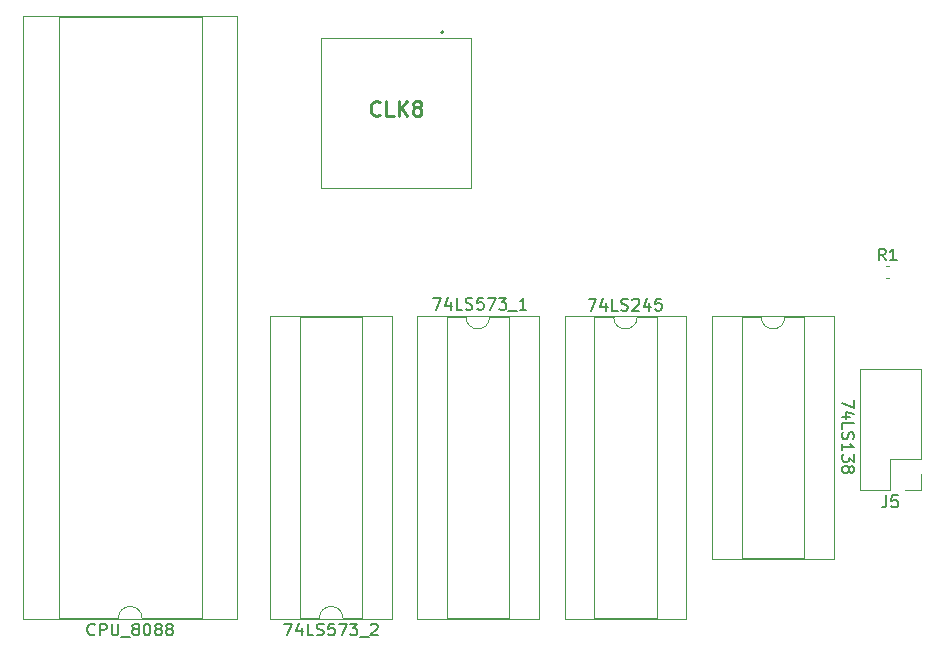
<source format=gbr>
G04 #@! TF.GenerationSoftware,KiCad,Pcbnew,(5.1.5)-3*
G04 #@! TF.CreationDate,2021-12-23T14:00:04+02:00*
G04 #@! TF.ProjectId,CPU,4350552e-6b69-4636-9164-5f7063625858,rev?*
G04 #@! TF.SameCoordinates,Original*
G04 #@! TF.FileFunction,Legend,Top*
G04 #@! TF.FilePolarity,Positive*
%FSLAX46Y46*%
G04 Gerber Fmt 4.6, Leading zero omitted, Abs format (unit mm)*
G04 Created by KiCad (PCBNEW (5.1.5)-3) date 2021-12-23 14:00:04*
%MOMM*%
%LPD*%
G04 APERTURE LIST*
%ADD10C,0.200000*%
%ADD11C,0.100000*%
%ADD12C,0.120000*%
%ADD13C,0.254000*%
%ADD14C,0.150000*%
G04 APERTURE END LIST*
D10*
X138700000Y-61700000D02*
G75*
G02X138900000Y-61700000I100000J0D01*
G01*
X138900000Y-61700000D02*
G75*
G02X138700000Y-61700000I-100000J0D01*
G01*
X138900000Y-61700000D02*
X138900000Y-61700000D01*
X138700000Y-61700000D02*
X138700000Y-61700000D01*
D11*
X141240000Y-62160000D02*
X141240000Y-74860000D01*
X128540000Y-62160000D02*
X141240000Y-62160000D01*
X128540000Y-74860000D02*
X128540000Y-62160000D01*
X141240000Y-74860000D02*
X128540000Y-74860000D01*
D12*
X176337221Y-82510000D02*
X176662779Y-82510000D01*
X176337221Y-81490000D02*
X176662779Y-81490000D01*
X103320000Y-111390000D02*
X121440000Y-111390000D01*
X103320000Y-60350000D02*
X103320000Y-111390000D01*
X121440000Y-60350000D02*
X103320000Y-60350000D01*
X121440000Y-111390000D02*
X121440000Y-60350000D01*
X106320000Y-111330000D02*
X111380000Y-111330000D01*
X106320000Y-60410000D02*
X106320000Y-111330000D01*
X118440000Y-60410000D02*
X106320000Y-60410000D01*
X118440000Y-111330000D02*
X118440000Y-60410000D01*
X113380000Y-111330000D02*
X118440000Y-111330000D01*
X111380000Y-111330000D02*
G75*
G02X113380000Y-111330000I1000000J0D01*
G01*
X179330000Y-100480000D02*
X178000000Y-100480000D01*
X179330000Y-99150000D02*
X179330000Y-100480000D01*
X176730000Y-100480000D02*
X174130000Y-100480000D01*
X176730000Y-97880000D02*
X176730000Y-100480000D01*
X179330000Y-97880000D02*
X176730000Y-97880000D01*
X174130000Y-100480000D02*
X174130000Y-90200000D01*
X179330000Y-97880000D02*
X179330000Y-90200000D01*
X179330000Y-90200000D02*
X174130000Y-90200000D01*
X159450000Y-85760000D02*
X149170000Y-85760000D01*
X159450000Y-111400000D02*
X159450000Y-85760000D01*
X149170000Y-111400000D02*
X159450000Y-111400000D01*
X149170000Y-85760000D02*
X149170000Y-111400000D01*
X156960000Y-85820000D02*
X155310000Y-85820000D01*
X156960000Y-111340000D02*
X156960000Y-85820000D01*
X151660000Y-111340000D02*
X156960000Y-111340000D01*
X151660000Y-85820000D02*
X151660000Y-111340000D01*
X153310000Y-85820000D02*
X151660000Y-85820000D01*
X155310000Y-85820000D02*
G75*
G02X153310000Y-85820000I-1000000J0D01*
G01*
X124250000Y-111390000D02*
X134530000Y-111390000D01*
X124250000Y-85750000D02*
X124250000Y-111390000D01*
X134530000Y-85750000D02*
X124250000Y-85750000D01*
X134530000Y-111390000D02*
X134530000Y-85750000D01*
X126740000Y-111330000D02*
X128390000Y-111330000D01*
X126740000Y-85810000D02*
X126740000Y-111330000D01*
X132040000Y-85810000D02*
X126740000Y-85810000D01*
X132040000Y-111330000D02*
X132040000Y-85810000D01*
X130390000Y-111330000D02*
X132040000Y-111330000D01*
X128390000Y-111330000D02*
G75*
G02X130390000Y-111330000I1000000J0D01*
G01*
X146950000Y-85760000D02*
X136670000Y-85760000D01*
X146950000Y-111400000D02*
X146950000Y-85760000D01*
X136670000Y-111400000D02*
X146950000Y-111400000D01*
X136670000Y-85760000D02*
X136670000Y-111400000D01*
X144460000Y-85820000D02*
X142810000Y-85820000D01*
X144460000Y-111340000D02*
X144460000Y-85820000D01*
X139160000Y-111340000D02*
X144460000Y-111340000D01*
X139160000Y-85820000D02*
X139160000Y-111340000D01*
X140810000Y-85820000D02*
X139160000Y-85820000D01*
X142810000Y-85820000D02*
G75*
G02X140810000Y-85820000I-1000000J0D01*
G01*
X171950000Y-85760000D02*
X161670000Y-85760000D01*
X171950000Y-106320000D02*
X171950000Y-85760000D01*
X161670000Y-106320000D02*
X171950000Y-106320000D01*
X161670000Y-85760000D02*
X161670000Y-106320000D01*
X169460000Y-85820000D02*
X167810000Y-85820000D01*
X169460000Y-106260000D02*
X169460000Y-85820000D01*
X164160000Y-106260000D02*
X169460000Y-106260000D01*
X164160000Y-85820000D02*
X164160000Y-106260000D01*
X165810000Y-85820000D02*
X164160000Y-85820000D01*
X167810000Y-85820000D02*
G75*
G02X165810000Y-85820000I-1000000J0D01*
G01*
D13*
X133529285Y-68683571D02*
X133468809Y-68744047D01*
X133287380Y-68804523D01*
X133166428Y-68804523D01*
X132985000Y-68744047D01*
X132864047Y-68623095D01*
X132803571Y-68502142D01*
X132743095Y-68260238D01*
X132743095Y-68078809D01*
X132803571Y-67836904D01*
X132864047Y-67715952D01*
X132985000Y-67595000D01*
X133166428Y-67534523D01*
X133287380Y-67534523D01*
X133468809Y-67595000D01*
X133529285Y-67655476D01*
X134678333Y-68804523D02*
X134073571Y-68804523D01*
X134073571Y-67534523D01*
X135101666Y-68804523D02*
X135101666Y-67534523D01*
X135827380Y-68804523D02*
X135283095Y-68078809D01*
X135827380Y-67534523D02*
X135101666Y-68260238D01*
X136553095Y-68078809D02*
X136432142Y-68018333D01*
X136371666Y-67957857D01*
X136311190Y-67836904D01*
X136311190Y-67776428D01*
X136371666Y-67655476D01*
X136432142Y-67595000D01*
X136553095Y-67534523D01*
X136795000Y-67534523D01*
X136915952Y-67595000D01*
X136976428Y-67655476D01*
X137036904Y-67776428D01*
X137036904Y-67836904D01*
X136976428Y-67957857D01*
X136915952Y-68018333D01*
X136795000Y-68078809D01*
X136553095Y-68078809D01*
X136432142Y-68139285D01*
X136371666Y-68199761D01*
X136311190Y-68320714D01*
X136311190Y-68562619D01*
X136371666Y-68683571D01*
X136432142Y-68744047D01*
X136553095Y-68804523D01*
X136795000Y-68804523D01*
X136915952Y-68744047D01*
X136976428Y-68683571D01*
X137036904Y-68562619D01*
X137036904Y-68320714D01*
X136976428Y-68199761D01*
X136915952Y-68139285D01*
X136795000Y-68078809D01*
D14*
X176333333Y-81022380D02*
X176000000Y-80546190D01*
X175761904Y-81022380D02*
X175761904Y-80022380D01*
X176142857Y-80022380D01*
X176238095Y-80070000D01*
X176285714Y-80117619D01*
X176333333Y-80212857D01*
X176333333Y-80355714D01*
X176285714Y-80450952D01*
X176238095Y-80498571D01*
X176142857Y-80546190D01*
X175761904Y-80546190D01*
X177285714Y-81022380D02*
X176714285Y-81022380D01*
X177000000Y-81022380D02*
X177000000Y-80022380D01*
X176904761Y-80165238D01*
X176809523Y-80260476D01*
X176714285Y-80308095D01*
X109380000Y-112687142D02*
X109332380Y-112734761D01*
X109189523Y-112782380D01*
X109094285Y-112782380D01*
X108951428Y-112734761D01*
X108856190Y-112639523D01*
X108808571Y-112544285D01*
X108760952Y-112353809D01*
X108760952Y-112210952D01*
X108808571Y-112020476D01*
X108856190Y-111925238D01*
X108951428Y-111830000D01*
X109094285Y-111782380D01*
X109189523Y-111782380D01*
X109332380Y-111830000D01*
X109380000Y-111877619D01*
X109808571Y-112782380D02*
X109808571Y-111782380D01*
X110189523Y-111782380D01*
X110284761Y-111830000D01*
X110332380Y-111877619D01*
X110380000Y-111972857D01*
X110380000Y-112115714D01*
X110332380Y-112210952D01*
X110284761Y-112258571D01*
X110189523Y-112306190D01*
X109808571Y-112306190D01*
X110808571Y-111782380D02*
X110808571Y-112591904D01*
X110856190Y-112687142D01*
X110903809Y-112734761D01*
X110999047Y-112782380D01*
X111189523Y-112782380D01*
X111284761Y-112734761D01*
X111332380Y-112687142D01*
X111380000Y-112591904D01*
X111380000Y-111782380D01*
X111618095Y-112877619D02*
X112380000Y-112877619D01*
X112760952Y-112210952D02*
X112665714Y-112163333D01*
X112618095Y-112115714D01*
X112570476Y-112020476D01*
X112570476Y-111972857D01*
X112618095Y-111877619D01*
X112665714Y-111830000D01*
X112760952Y-111782380D01*
X112951428Y-111782380D01*
X113046666Y-111830000D01*
X113094285Y-111877619D01*
X113141904Y-111972857D01*
X113141904Y-112020476D01*
X113094285Y-112115714D01*
X113046666Y-112163333D01*
X112951428Y-112210952D01*
X112760952Y-112210952D01*
X112665714Y-112258571D01*
X112618095Y-112306190D01*
X112570476Y-112401428D01*
X112570476Y-112591904D01*
X112618095Y-112687142D01*
X112665714Y-112734761D01*
X112760952Y-112782380D01*
X112951428Y-112782380D01*
X113046666Y-112734761D01*
X113094285Y-112687142D01*
X113141904Y-112591904D01*
X113141904Y-112401428D01*
X113094285Y-112306190D01*
X113046666Y-112258571D01*
X112951428Y-112210952D01*
X113760952Y-111782380D02*
X113856190Y-111782380D01*
X113951428Y-111830000D01*
X113999047Y-111877619D01*
X114046666Y-111972857D01*
X114094285Y-112163333D01*
X114094285Y-112401428D01*
X114046666Y-112591904D01*
X113999047Y-112687142D01*
X113951428Y-112734761D01*
X113856190Y-112782380D01*
X113760952Y-112782380D01*
X113665714Y-112734761D01*
X113618095Y-112687142D01*
X113570476Y-112591904D01*
X113522857Y-112401428D01*
X113522857Y-112163333D01*
X113570476Y-111972857D01*
X113618095Y-111877619D01*
X113665714Y-111830000D01*
X113760952Y-111782380D01*
X114665714Y-112210952D02*
X114570476Y-112163333D01*
X114522857Y-112115714D01*
X114475238Y-112020476D01*
X114475238Y-111972857D01*
X114522857Y-111877619D01*
X114570476Y-111830000D01*
X114665714Y-111782380D01*
X114856190Y-111782380D01*
X114951428Y-111830000D01*
X114999047Y-111877619D01*
X115046666Y-111972857D01*
X115046666Y-112020476D01*
X114999047Y-112115714D01*
X114951428Y-112163333D01*
X114856190Y-112210952D01*
X114665714Y-112210952D01*
X114570476Y-112258571D01*
X114522857Y-112306190D01*
X114475238Y-112401428D01*
X114475238Y-112591904D01*
X114522857Y-112687142D01*
X114570476Y-112734761D01*
X114665714Y-112782380D01*
X114856190Y-112782380D01*
X114951428Y-112734761D01*
X114999047Y-112687142D01*
X115046666Y-112591904D01*
X115046666Y-112401428D01*
X114999047Y-112306190D01*
X114951428Y-112258571D01*
X114856190Y-112210952D01*
X115618095Y-112210952D02*
X115522857Y-112163333D01*
X115475238Y-112115714D01*
X115427619Y-112020476D01*
X115427619Y-111972857D01*
X115475238Y-111877619D01*
X115522857Y-111830000D01*
X115618095Y-111782380D01*
X115808571Y-111782380D01*
X115903809Y-111830000D01*
X115951428Y-111877619D01*
X115999047Y-111972857D01*
X115999047Y-112020476D01*
X115951428Y-112115714D01*
X115903809Y-112163333D01*
X115808571Y-112210952D01*
X115618095Y-112210952D01*
X115522857Y-112258571D01*
X115475238Y-112306190D01*
X115427619Y-112401428D01*
X115427619Y-112591904D01*
X115475238Y-112687142D01*
X115522857Y-112734761D01*
X115618095Y-112782380D01*
X115808571Y-112782380D01*
X115903809Y-112734761D01*
X115951428Y-112687142D01*
X115999047Y-112591904D01*
X115999047Y-112401428D01*
X115951428Y-112306190D01*
X115903809Y-112258571D01*
X115808571Y-112210952D01*
X176396666Y-100932380D02*
X176396666Y-101646666D01*
X176349047Y-101789523D01*
X176253809Y-101884761D01*
X176110952Y-101932380D01*
X176015714Y-101932380D01*
X177349047Y-100932380D02*
X176872857Y-100932380D01*
X176825238Y-101408571D01*
X176872857Y-101360952D01*
X176968095Y-101313333D01*
X177206190Y-101313333D01*
X177301428Y-101360952D01*
X177349047Y-101408571D01*
X177396666Y-101503809D01*
X177396666Y-101741904D01*
X177349047Y-101837142D01*
X177301428Y-101884761D01*
X177206190Y-101932380D01*
X176968095Y-101932380D01*
X176872857Y-101884761D01*
X176825238Y-101837142D01*
X151190952Y-84272380D02*
X151857619Y-84272380D01*
X151429047Y-85272380D01*
X152667142Y-84605714D02*
X152667142Y-85272380D01*
X152429047Y-84224761D02*
X152190952Y-84939047D01*
X152810000Y-84939047D01*
X153667142Y-85272380D02*
X153190952Y-85272380D01*
X153190952Y-84272380D01*
X153952857Y-85224761D02*
X154095714Y-85272380D01*
X154333809Y-85272380D01*
X154429047Y-85224761D01*
X154476666Y-85177142D01*
X154524285Y-85081904D01*
X154524285Y-84986666D01*
X154476666Y-84891428D01*
X154429047Y-84843809D01*
X154333809Y-84796190D01*
X154143333Y-84748571D01*
X154048095Y-84700952D01*
X154000476Y-84653333D01*
X153952857Y-84558095D01*
X153952857Y-84462857D01*
X154000476Y-84367619D01*
X154048095Y-84320000D01*
X154143333Y-84272380D01*
X154381428Y-84272380D01*
X154524285Y-84320000D01*
X154905238Y-84367619D02*
X154952857Y-84320000D01*
X155048095Y-84272380D01*
X155286190Y-84272380D01*
X155381428Y-84320000D01*
X155429047Y-84367619D01*
X155476666Y-84462857D01*
X155476666Y-84558095D01*
X155429047Y-84700952D01*
X154857619Y-85272380D01*
X155476666Y-85272380D01*
X156333809Y-84605714D02*
X156333809Y-85272380D01*
X156095714Y-84224761D02*
X155857619Y-84939047D01*
X156476666Y-84939047D01*
X157333809Y-84272380D02*
X156857619Y-84272380D01*
X156810000Y-84748571D01*
X156857619Y-84700952D01*
X156952857Y-84653333D01*
X157190952Y-84653333D01*
X157286190Y-84700952D01*
X157333809Y-84748571D01*
X157381428Y-84843809D01*
X157381428Y-85081904D01*
X157333809Y-85177142D01*
X157286190Y-85224761D01*
X157190952Y-85272380D01*
X156952857Y-85272380D01*
X156857619Y-85224761D01*
X156810000Y-85177142D01*
X125413809Y-111782380D02*
X126080476Y-111782380D01*
X125651904Y-112782380D01*
X126890000Y-112115714D02*
X126890000Y-112782380D01*
X126651904Y-111734761D02*
X126413809Y-112449047D01*
X127032857Y-112449047D01*
X127890000Y-112782380D02*
X127413809Y-112782380D01*
X127413809Y-111782380D01*
X128175714Y-112734761D02*
X128318571Y-112782380D01*
X128556666Y-112782380D01*
X128651904Y-112734761D01*
X128699523Y-112687142D01*
X128747142Y-112591904D01*
X128747142Y-112496666D01*
X128699523Y-112401428D01*
X128651904Y-112353809D01*
X128556666Y-112306190D01*
X128366190Y-112258571D01*
X128270952Y-112210952D01*
X128223333Y-112163333D01*
X128175714Y-112068095D01*
X128175714Y-111972857D01*
X128223333Y-111877619D01*
X128270952Y-111830000D01*
X128366190Y-111782380D01*
X128604285Y-111782380D01*
X128747142Y-111830000D01*
X129651904Y-111782380D02*
X129175714Y-111782380D01*
X129128095Y-112258571D01*
X129175714Y-112210952D01*
X129270952Y-112163333D01*
X129509047Y-112163333D01*
X129604285Y-112210952D01*
X129651904Y-112258571D01*
X129699523Y-112353809D01*
X129699523Y-112591904D01*
X129651904Y-112687142D01*
X129604285Y-112734761D01*
X129509047Y-112782380D01*
X129270952Y-112782380D01*
X129175714Y-112734761D01*
X129128095Y-112687142D01*
X130032857Y-111782380D02*
X130699523Y-111782380D01*
X130270952Y-112782380D01*
X130985238Y-111782380D02*
X131604285Y-111782380D01*
X131270952Y-112163333D01*
X131413809Y-112163333D01*
X131509047Y-112210952D01*
X131556666Y-112258571D01*
X131604285Y-112353809D01*
X131604285Y-112591904D01*
X131556666Y-112687142D01*
X131509047Y-112734761D01*
X131413809Y-112782380D01*
X131128095Y-112782380D01*
X131032857Y-112734761D01*
X130985238Y-112687142D01*
X131794761Y-112877619D02*
X132556666Y-112877619D01*
X132747142Y-111877619D02*
X132794761Y-111830000D01*
X132890000Y-111782380D01*
X133128095Y-111782380D01*
X133223333Y-111830000D01*
X133270952Y-111877619D01*
X133318571Y-111972857D01*
X133318571Y-112068095D01*
X133270952Y-112210952D01*
X132699523Y-112782380D01*
X133318571Y-112782380D01*
X138023809Y-84202380D02*
X138690476Y-84202380D01*
X138261904Y-85202380D01*
X139500000Y-84535714D02*
X139500000Y-85202380D01*
X139261904Y-84154761D02*
X139023809Y-84869047D01*
X139642857Y-84869047D01*
X140500000Y-85202380D02*
X140023809Y-85202380D01*
X140023809Y-84202380D01*
X140785714Y-85154761D02*
X140928571Y-85202380D01*
X141166666Y-85202380D01*
X141261904Y-85154761D01*
X141309523Y-85107142D01*
X141357142Y-85011904D01*
X141357142Y-84916666D01*
X141309523Y-84821428D01*
X141261904Y-84773809D01*
X141166666Y-84726190D01*
X140976190Y-84678571D01*
X140880952Y-84630952D01*
X140833333Y-84583333D01*
X140785714Y-84488095D01*
X140785714Y-84392857D01*
X140833333Y-84297619D01*
X140880952Y-84250000D01*
X140976190Y-84202380D01*
X141214285Y-84202380D01*
X141357142Y-84250000D01*
X142261904Y-84202380D02*
X141785714Y-84202380D01*
X141738095Y-84678571D01*
X141785714Y-84630952D01*
X141880952Y-84583333D01*
X142119047Y-84583333D01*
X142214285Y-84630952D01*
X142261904Y-84678571D01*
X142309523Y-84773809D01*
X142309523Y-85011904D01*
X142261904Y-85107142D01*
X142214285Y-85154761D01*
X142119047Y-85202380D01*
X141880952Y-85202380D01*
X141785714Y-85154761D01*
X141738095Y-85107142D01*
X142642857Y-84202380D02*
X143309523Y-84202380D01*
X142880952Y-85202380D01*
X143595238Y-84202380D02*
X144214285Y-84202380D01*
X143880952Y-84583333D01*
X144023809Y-84583333D01*
X144119047Y-84630952D01*
X144166666Y-84678571D01*
X144214285Y-84773809D01*
X144214285Y-85011904D01*
X144166666Y-85107142D01*
X144119047Y-85154761D01*
X144023809Y-85202380D01*
X143738095Y-85202380D01*
X143642857Y-85154761D01*
X143595238Y-85107142D01*
X144404761Y-85297619D02*
X145166666Y-85297619D01*
X145928571Y-85202380D02*
X145357142Y-85202380D01*
X145642857Y-85202380D02*
X145642857Y-84202380D01*
X145547619Y-84345238D01*
X145452380Y-84440476D01*
X145357142Y-84488095D01*
X173647619Y-92830952D02*
X173647619Y-93497619D01*
X172647619Y-93069047D01*
X173314285Y-94307142D02*
X172647619Y-94307142D01*
X173695238Y-94069047D02*
X172980952Y-93830952D01*
X172980952Y-94450000D01*
X172647619Y-95307142D02*
X172647619Y-94830952D01*
X173647619Y-94830952D01*
X172695238Y-95592857D02*
X172647619Y-95735714D01*
X172647619Y-95973809D01*
X172695238Y-96069047D01*
X172742857Y-96116666D01*
X172838095Y-96164285D01*
X172933333Y-96164285D01*
X173028571Y-96116666D01*
X173076190Y-96069047D01*
X173123809Y-95973809D01*
X173171428Y-95783333D01*
X173219047Y-95688095D01*
X173266666Y-95640476D01*
X173361904Y-95592857D01*
X173457142Y-95592857D01*
X173552380Y-95640476D01*
X173600000Y-95688095D01*
X173647619Y-95783333D01*
X173647619Y-96021428D01*
X173600000Y-96164285D01*
X172647619Y-97116666D02*
X172647619Y-96545238D01*
X172647619Y-96830952D02*
X173647619Y-96830952D01*
X173504761Y-96735714D01*
X173409523Y-96640476D01*
X173361904Y-96545238D01*
X173647619Y-97450000D02*
X173647619Y-98069047D01*
X173266666Y-97735714D01*
X173266666Y-97878571D01*
X173219047Y-97973809D01*
X173171428Y-98021428D01*
X173076190Y-98069047D01*
X172838095Y-98069047D01*
X172742857Y-98021428D01*
X172695238Y-97973809D01*
X172647619Y-97878571D01*
X172647619Y-97592857D01*
X172695238Y-97497619D01*
X172742857Y-97450000D01*
X173219047Y-98640476D02*
X173266666Y-98545238D01*
X173314285Y-98497619D01*
X173409523Y-98450000D01*
X173457142Y-98450000D01*
X173552380Y-98497619D01*
X173600000Y-98545238D01*
X173647619Y-98640476D01*
X173647619Y-98830952D01*
X173600000Y-98926190D01*
X173552380Y-98973809D01*
X173457142Y-99021428D01*
X173409523Y-99021428D01*
X173314285Y-98973809D01*
X173266666Y-98926190D01*
X173219047Y-98830952D01*
X173219047Y-98640476D01*
X173171428Y-98545238D01*
X173123809Y-98497619D01*
X173028571Y-98450000D01*
X172838095Y-98450000D01*
X172742857Y-98497619D01*
X172695238Y-98545238D01*
X172647619Y-98640476D01*
X172647619Y-98830952D01*
X172695238Y-98926190D01*
X172742857Y-98973809D01*
X172838095Y-99021428D01*
X173028571Y-99021428D01*
X173123809Y-98973809D01*
X173171428Y-98926190D01*
X173219047Y-98830952D01*
M02*

</source>
